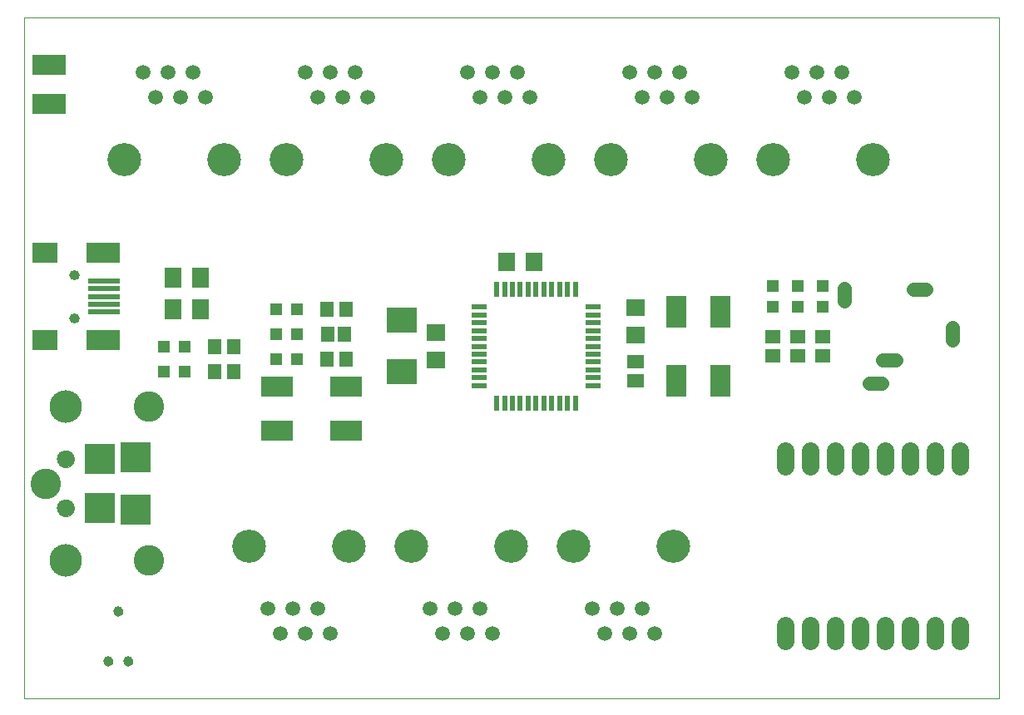
<source format=gts>
G75*
%MOIN*%
%OFA0B0*%
%FSLAX24Y24*%
%IPPOS*%
%LPD*%
%AMOC8*
5,1,8,0,0,1.08239X$1,22.5*
%
%ADD10C,0.0000*%
%ADD11C,0.0594*%
%ADD12C,0.1320*%
%ADD13C,0.1221*%
%ADD14C,0.1306*%
%ADD15R,0.1221X0.1221*%
%ADD16C,0.0709*%
%ADD17R,0.0512X0.0512*%
%ADD18R,0.0552X0.0631*%
%ADD19R,0.1379X0.0788*%
%ADD20R,0.0749X0.0670*%
%ADD21C,0.0390*%
%ADD22R,0.0237X0.0631*%
%ADD23R,0.0631X0.0237*%
%ADD24R,0.1290X0.0790*%
%ADD25R,0.0750X0.0670*%
%ADD26R,0.0670X0.0552*%
%ADD27R,0.0670X0.0749*%
%ADD28R,0.1221X0.1024*%
%ADD29R,0.1024X0.0827*%
%ADD30R,0.1339X0.0827*%
%ADD31R,0.1260X0.0237*%
%ADD32C,0.0394*%
%ADD33R,0.0670X0.0827*%
%ADD34R,0.0631X0.0552*%
%ADD35R,0.0790X0.1290*%
%ADD36C,0.0690*%
%ADD37C,0.0555*%
D10*
X012596Y000100D02*
X012596Y027396D01*
X051666Y027396D01*
X051666Y000100D01*
X012596Y000100D01*
X015771Y001575D02*
X015773Y001601D01*
X015779Y001627D01*
X015788Y001651D01*
X015801Y001674D01*
X015818Y001694D01*
X015837Y001712D01*
X015859Y001727D01*
X015882Y001738D01*
X015907Y001746D01*
X015933Y001750D01*
X015959Y001750D01*
X015985Y001746D01*
X016010Y001738D01*
X016034Y001727D01*
X016055Y001712D01*
X016074Y001694D01*
X016091Y001674D01*
X016104Y001651D01*
X016113Y001627D01*
X016119Y001601D01*
X016121Y001575D01*
X016119Y001549D01*
X016113Y001523D01*
X016104Y001499D01*
X016091Y001476D01*
X016074Y001456D01*
X016055Y001438D01*
X016033Y001423D01*
X016010Y001412D01*
X015985Y001404D01*
X015959Y001400D01*
X015933Y001400D01*
X015907Y001404D01*
X015882Y001412D01*
X015858Y001423D01*
X015837Y001438D01*
X015818Y001456D01*
X015801Y001476D01*
X015788Y001499D01*
X015779Y001523D01*
X015773Y001549D01*
X015771Y001575D01*
X016571Y001575D02*
X016573Y001601D01*
X016579Y001627D01*
X016588Y001651D01*
X016601Y001674D01*
X016618Y001694D01*
X016637Y001712D01*
X016659Y001727D01*
X016682Y001738D01*
X016707Y001746D01*
X016733Y001750D01*
X016759Y001750D01*
X016785Y001746D01*
X016810Y001738D01*
X016834Y001727D01*
X016855Y001712D01*
X016874Y001694D01*
X016891Y001674D01*
X016904Y001651D01*
X016913Y001627D01*
X016919Y001601D01*
X016921Y001575D01*
X016919Y001549D01*
X016913Y001523D01*
X016904Y001499D01*
X016891Y001476D01*
X016874Y001456D01*
X016855Y001438D01*
X016833Y001423D01*
X016810Y001412D01*
X016785Y001404D01*
X016759Y001400D01*
X016733Y001400D01*
X016707Y001404D01*
X016682Y001412D01*
X016658Y001423D01*
X016637Y001438D01*
X016618Y001456D01*
X016601Y001476D01*
X016588Y001499D01*
X016579Y001523D01*
X016573Y001549D01*
X016571Y001575D01*
X016171Y003575D02*
X016173Y003601D01*
X016179Y003627D01*
X016188Y003651D01*
X016201Y003674D01*
X016218Y003694D01*
X016237Y003712D01*
X016259Y003727D01*
X016282Y003738D01*
X016307Y003746D01*
X016333Y003750D01*
X016359Y003750D01*
X016385Y003746D01*
X016410Y003738D01*
X016434Y003727D01*
X016455Y003712D01*
X016474Y003694D01*
X016491Y003674D01*
X016504Y003651D01*
X016513Y003627D01*
X016519Y003601D01*
X016521Y003575D01*
X016519Y003549D01*
X016513Y003523D01*
X016504Y003499D01*
X016491Y003476D01*
X016474Y003456D01*
X016455Y003438D01*
X016433Y003423D01*
X016410Y003412D01*
X016385Y003404D01*
X016359Y003400D01*
X016333Y003400D01*
X016307Y003404D01*
X016282Y003412D01*
X016258Y003423D01*
X016237Y003438D01*
X016218Y003456D01*
X016201Y003476D01*
X016188Y003499D01*
X016179Y003523D01*
X016173Y003549D01*
X016171Y003575D01*
X020956Y006200D02*
X020958Y006250D01*
X020964Y006300D01*
X020974Y006349D01*
X020987Y006398D01*
X021005Y006445D01*
X021026Y006491D01*
X021050Y006534D01*
X021078Y006576D01*
X021109Y006616D01*
X021143Y006653D01*
X021180Y006687D01*
X021220Y006718D01*
X021262Y006746D01*
X021305Y006770D01*
X021351Y006791D01*
X021398Y006809D01*
X021447Y006822D01*
X021496Y006832D01*
X021546Y006838D01*
X021596Y006840D01*
X021646Y006838D01*
X021696Y006832D01*
X021745Y006822D01*
X021794Y006809D01*
X021841Y006791D01*
X021887Y006770D01*
X021930Y006746D01*
X021972Y006718D01*
X022012Y006687D01*
X022049Y006653D01*
X022083Y006616D01*
X022114Y006576D01*
X022142Y006534D01*
X022166Y006491D01*
X022187Y006445D01*
X022205Y006398D01*
X022218Y006349D01*
X022228Y006300D01*
X022234Y006250D01*
X022236Y006200D01*
X022234Y006150D01*
X022228Y006100D01*
X022218Y006051D01*
X022205Y006002D01*
X022187Y005955D01*
X022166Y005909D01*
X022142Y005866D01*
X022114Y005824D01*
X022083Y005784D01*
X022049Y005747D01*
X022012Y005713D01*
X021972Y005682D01*
X021930Y005654D01*
X021887Y005630D01*
X021841Y005609D01*
X021794Y005591D01*
X021745Y005578D01*
X021696Y005568D01*
X021646Y005562D01*
X021596Y005560D01*
X021546Y005562D01*
X021496Y005568D01*
X021447Y005578D01*
X021398Y005591D01*
X021351Y005609D01*
X021305Y005630D01*
X021262Y005654D01*
X021220Y005682D01*
X021180Y005713D01*
X021143Y005747D01*
X021109Y005784D01*
X021078Y005824D01*
X021050Y005866D01*
X021026Y005909D01*
X021005Y005955D01*
X020987Y006002D01*
X020974Y006051D01*
X020964Y006100D01*
X020958Y006150D01*
X020956Y006200D01*
X024956Y006200D02*
X024958Y006250D01*
X024964Y006300D01*
X024974Y006349D01*
X024987Y006398D01*
X025005Y006445D01*
X025026Y006491D01*
X025050Y006534D01*
X025078Y006576D01*
X025109Y006616D01*
X025143Y006653D01*
X025180Y006687D01*
X025220Y006718D01*
X025262Y006746D01*
X025305Y006770D01*
X025351Y006791D01*
X025398Y006809D01*
X025447Y006822D01*
X025496Y006832D01*
X025546Y006838D01*
X025596Y006840D01*
X025646Y006838D01*
X025696Y006832D01*
X025745Y006822D01*
X025794Y006809D01*
X025841Y006791D01*
X025887Y006770D01*
X025930Y006746D01*
X025972Y006718D01*
X026012Y006687D01*
X026049Y006653D01*
X026083Y006616D01*
X026114Y006576D01*
X026142Y006534D01*
X026166Y006491D01*
X026187Y006445D01*
X026205Y006398D01*
X026218Y006349D01*
X026228Y006300D01*
X026234Y006250D01*
X026236Y006200D01*
X026234Y006150D01*
X026228Y006100D01*
X026218Y006051D01*
X026205Y006002D01*
X026187Y005955D01*
X026166Y005909D01*
X026142Y005866D01*
X026114Y005824D01*
X026083Y005784D01*
X026049Y005747D01*
X026012Y005713D01*
X025972Y005682D01*
X025930Y005654D01*
X025887Y005630D01*
X025841Y005609D01*
X025794Y005591D01*
X025745Y005578D01*
X025696Y005568D01*
X025646Y005562D01*
X025596Y005560D01*
X025546Y005562D01*
X025496Y005568D01*
X025447Y005578D01*
X025398Y005591D01*
X025351Y005609D01*
X025305Y005630D01*
X025262Y005654D01*
X025220Y005682D01*
X025180Y005713D01*
X025143Y005747D01*
X025109Y005784D01*
X025078Y005824D01*
X025050Y005866D01*
X025026Y005909D01*
X025005Y005955D01*
X024987Y006002D01*
X024974Y006051D01*
X024964Y006100D01*
X024958Y006150D01*
X024956Y006200D01*
X027456Y006200D02*
X027458Y006250D01*
X027464Y006300D01*
X027474Y006349D01*
X027487Y006398D01*
X027505Y006445D01*
X027526Y006491D01*
X027550Y006534D01*
X027578Y006576D01*
X027609Y006616D01*
X027643Y006653D01*
X027680Y006687D01*
X027720Y006718D01*
X027762Y006746D01*
X027805Y006770D01*
X027851Y006791D01*
X027898Y006809D01*
X027947Y006822D01*
X027996Y006832D01*
X028046Y006838D01*
X028096Y006840D01*
X028146Y006838D01*
X028196Y006832D01*
X028245Y006822D01*
X028294Y006809D01*
X028341Y006791D01*
X028387Y006770D01*
X028430Y006746D01*
X028472Y006718D01*
X028512Y006687D01*
X028549Y006653D01*
X028583Y006616D01*
X028614Y006576D01*
X028642Y006534D01*
X028666Y006491D01*
X028687Y006445D01*
X028705Y006398D01*
X028718Y006349D01*
X028728Y006300D01*
X028734Y006250D01*
X028736Y006200D01*
X028734Y006150D01*
X028728Y006100D01*
X028718Y006051D01*
X028705Y006002D01*
X028687Y005955D01*
X028666Y005909D01*
X028642Y005866D01*
X028614Y005824D01*
X028583Y005784D01*
X028549Y005747D01*
X028512Y005713D01*
X028472Y005682D01*
X028430Y005654D01*
X028387Y005630D01*
X028341Y005609D01*
X028294Y005591D01*
X028245Y005578D01*
X028196Y005568D01*
X028146Y005562D01*
X028096Y005560D01*
X028046Y005562D01*
X027996Y005568D01*
X027947Y005578D01*
X027898Y005591D01*
X027851Y005609D01*
X027805Y005630D01*
X027762Y005654D01*
X027720Y005682D01*
X027680Y005713D01*
X027643Y005747D01*
X027609Y005784D01*
X027578Y005824D01*
X027550Y005866D01*
X027526Y005909D01*
X027505Y005955D01*
X027487Y006002D01*
X027474Y006051D01*
X027464Y006100D01*
X027458Y006150D01*
X027456Y006200D01*
X031456Y006200D02*
X031458Y006250D01*
X031464Y006300D01*
X031474Y006349D01*
X031487Y006398D01*
X031505Y006445D01*
X031526Y006491D01*
X031550Y006534D01*
X031578Y006576D01*
X031609Y006616D01*
X031643Y006653D01*
X031680Y006687D01*
X031720Y006718D01*
X031762Y006746D01*
X031805Y006770D01*
X031851Y006791D01*
X031898Y006809D01*
X031947Y006822D01*
X031996Y006832D01*
X032046Y006838D01*
X032096Y006840D01*
X032146Y006838D01*
X032196Y006832D01*
X032245Y006822D01*
X032294Y006809D01*
X032341Y006791D01*
X032387Y006770D01*
X032430Y006746D01*
X032472Y006718D01*
X032512Y006687D01*
X032549Y006653D01*
X032583Y006616D01*
X032614Y006576D01*
X032642Y006534D01*
X032666Y006491D01*
X032687Y006445D01*
X032705Y006398D01*
X032718Y006349D01*
X032728Y006300D01*
X032734Y006250D01*
X032736Y006200D01*
X032734Y006150D01*
X032728Y006100D01*
X032718Y006051D01*
X032705Y006002D01*
X032687Y005955D01*
X032666Y005909D01*
X032642Y005866D01*
X032614Y005824D01*
X032583Y005784D01*
X032549Y005747D01*
X032512Y005713D01*
X032472Y005682D01*
X032430Y005654D01*
X032387Y005630D01*
X032341Y005609D01*
X032294Y005591D01*
X032245Y005578D01*
X032196Y005568D01*
X032146Y005562D01*
X032096Y005560D01*
X032046Y005562D01*
X031996Y005568D01*
X031947Y005578D01*
X031898Y005591D01*
X031851Y005609D01*
X031805Y005630D01*
X031762Y005654D01*
X031720Y005682D01*
X031680Y005713D01*
X031643Y005747D01*
X031609Y005784D01*
X031578Y005824D01*
X031550Y005866D01*
X031526Y005909D01*
X031505Y005955D01*
X031487Y006002D01*
X031474Y006051D01*
X031464Y006100D01*
X031458Y006150D01*
X031456Y006200D01*
X033956Y006200D02*
X033958Y006250D01*
X033964Y006300D01*
X033974Y006349D01*
X033987Y006398D01*
X034005Y006445D01*
X034026Y006491D01*
X034050Y006534D01*
X034078Y006576D01*
X034109Y006616D01*
X034143Y006653D01*
X034180Y006687D01*
X034220Y006718D01*
X034262Y006746D01*
X034305Y006770D01*
X034351Y006791D01*
X034398Y006809D01*
X034447Y006822D01*
X034496Y006832D01*
X034546Y006838D01*
X034596Y006840D01*
X034646Y006838D01*
X034696Y006832D01*
X034745Y006822D01*
X034794Y006809D01*
X034841Y006791D01*
X034887Y006770D01*
X034930Y006746D01*
X034972Y006718D01*
X035012Y006687D01*
X035049Y006653D01*
X035083Y006616D01*
X035114Y006576D01*
X035142Y006534D01*
X035166Y006491D01*
X035187Y006445D01*
X035205Y006398D01*
X035218Y006349D01*
X035228Y006300D01*
X035234Y006250D01*
X035236Y006200D01*
X035234Y006150D01*
X035228Y006100D01*
X035218Y006051D01*
X035205Y006002D01*
X035187Y005955D01*
X035166Y005909D01*
X035142Y005866D01*
X035114Y005824D01*
X035083Y005784D01*
X035049Y005747D01*
X035012Y005713D01*
X034972Y005682D01*
X034930Y005654D01*
X034887Y005630D01*
X034841Y005609D01*
X034794Y005591D01*
X034745Y005578D01*
X034696Y005568D01*
X034646Y005562D01*
X034596Y005560D01*
X034546Y005562D01*
X034496Y005568D01*
X034447Y005578D01*
X034398Y005591D01*
X034351Y005609D01*
X034305Y005630D01*
X034262Y005654D01*
X034220Y005682D01*
X034180Y005713D01*
X034143Y005747D01*
X034109Y005784D01*
X034078Y005824D01*
X034050Y005866D01*
X034026Y005909D01*
X034005Y005955D01*
X033987Y006002D01*
X033974Y006051D01*
X033964Y006100D01*
X033958Y006150D01*
X033956Y006200D01*
X037956Y006200D02*
X037958Y006250D01*
X037964Y006300D01*
X037974Y006349D01*
X037987Y006398D01*
X038005Y006445D01*
X038026Y006491D01*
X038050Y006534D01*
X038078Y006576D01*
X038109Y006616D01*
X038143Y006653D01*
X038180Y006687D01*
X038220Y006718D01*
X038262Y006746D01*
X038305Y006770D01*
X038351Y006791D01*
X038398Y006809D01*
X038447Y006822D01*
X038496Y006832D01*
X038546Y006838D01*
X038596Y006840D01*
X038646Y006838D01*
X038696Y006832D01*
X038745Y006822D01*
X038794Y006809D01*
X038841Y006791D01*
X038887Y006770D01*
X038930Y006746D01*
X038972Y006718D01*
X039012Y006687D01*
X039049Y006653D01*
X039083Y006616D01*
X039114Y006576D01*
X039142Y006534D01*
X039166Y006491D01*
X039187Y006445D01*
X039205Y006398D01*
X039218Y006349D01*
X039228Y006300D01*
X039234Y006250D01*
X039236Y006200D01*
X039234Y006150D01*
X039228Y006100D01*
X039218Y006051D01*
X039205Y006002D01*
X039187Y005955D01*
X039166Y005909D01*
X039142Y005866D01*
X039114Y005824D01*
X039083Y005784D01*
X039049Y005747D01*
X039012Y005713D01*
X038972Y005682D01*
X038930Y005654D01*
X038887Y005630D01*
X038841Y005609D01*
X038794Y005591D01*
X038745Y005578D01*
X038696Y005568D01*
X038646Y005562D01*
X038596Y005560D01*
X038546Y005562D01*
X038496Y005568D01*
X038447Y005578D01*
X038398Y005591D01*
X038351Y005609D01*
X038305Y005630D01*
X038262Y005654D01*
X038220Y005682D01*
X038180Y005713D01*
X038143Y005747D01*
X038109Y005784D01*
X038078Y005824D01*
X038050Y005866D01*
X038026Y005909D01*
X038005Y005955D01*
X037987Y006002D01*
X037974Y006051D01*
X037964Y006100D01*
X037958Y006150D01*
X037956Y006200D01*
X014419Y015334D02*
X014421Y015360D01*
X014427Y015386D01*
X014437Y015411D01*
X014450Y015434D01*
X014466Y015454D01*
X014486Y015472D01*
X014508Y015487D01*
X014531Y015499D01*
X014557Y015507D01*
X014583Y015511D01*
X014609Y015511D01*
X014635Y015507D01*
X014661Y015499D01*
X014685Y015487D01*
X014706Y015472D01*
X014726Y015454D01*
X014742Y015434D01*
X014755Y015411D01*
X014765Y015386D01*
X014771Y015360D01*
X014773Y015334D01*
X014771Y015308D01*
X014765Y015282D01*
X014755Y015257D01*
X014742Y015234D01*
X014726Y015214D01*
X014706Y015196D01*
X014684Y015181D01*
X014661Y015169D01*
X014635Y015161D01*
X014609Y015157D01*
X014583Y015157D01*
X014557Y015161D01*
X014531Y015169D01*
X014507Y015181D01*
X014486Y015196D01*
X014466Y015214D01*
X014450Y015234D01*
X014437Y015257D01*
X014427Y015282D01*
X014421Y015308D01*
X014419Y015334D01*
X014419Y017066D02*
X014421Y017092D01*
X014427Y017118D01*
X014437Y017143D01*
X014450Y017166D01*
X014466Y017186D01*
X014486Y017204D01*
X014508Y017219D01*
X014531Y017231D01*
X014557Y017239D01*
X014583Y017243D01*
X014609Y017243D01*
X014635Y017239D01*
X014661Y017231D01*
X014685Y017219D01*
X014706Y017204D01*
X014726Y017186D01*
X014742Y017166D01*
X014755Y017143D01*
X014765Y017118D01*
X014771Y017092D01*
X014773Y017066D01*
X014771Y017040D01*
X014765Y017014D01*
X014755Y016989D01*
X014742Y016966D01*
X014726Y016946D01*
X014706Y016928D01*
X014684Y016913D01*
X014661Y016901D01*
X014635Y016893D01*
X014609Y016889D01*
X014583Y016889D01*
X014557Y016893D01*
X014531Y016901D01*
X014507Y016913D01*
X014486Y016928D01*
X014466Y016946D01*
X014450Y016966D01*
X014437Y016989D01*
X014427Y017014D01*
X014421Y017040D01*
X014419Y017066D01*
X015956Y021700D02*
X015958Y021750D01*
X015964Y021800D01*
X015974Y021849D01*
X015987Y021898D01*
X016005Y021945D01*
X016026Y021991D01*
X016050Y022034D01*
X016078Y022076D01*
X016109Y022116D01*
X016143Y022153D01*
X016180Y022187D01*
X016220Y022218D01*
X016262Y022246D01*
X016305Y022270D01*
X016351Y022291D01*
X016398Y022309D01*
X016447Y022322D01*
X016496Y022332D01*
X016546Y022338D01*
X016596Y022340D01*
X016646Y022338D01*
X016696Y022332D01*
X016745Y022322D01*
X016794Y022309D01*
X016841Y022291D01*
X016887Y022270D01*
X016930Y022246D01*
X016972Y022218D01*
X017012Y022187D01*
X017049Y022153D01*
X017083Y022116D01*
X017114Y022076D01*
X017142Y022034D01*
X017166Y021991D01*
X017187Y021945D01*
X017205Y021898D01*
X017218Y021849D01*
X017228Y021800D01*
X017234Y021750D01*
X017236Y021700D01*
X017234Y021650D01*
X017228Y021600D01*
X017218Y021551D01*
X017205Y021502D01*
X017187Y021455D01*
X017166Y021409D01*
X017142Y021366D01*
X017114Y021324D01*
X017083Y021284D01*
X017049Y021247D01*
X017012Y021213D01*
X016972Y021182D01*
X016930Y021154D01*
X016887Y021130D01*
X016841Y021109D01*
X016794Y021091D01*
X016745Y021078D01*
X016696Y021068D01*
X016646Y021062D01*
X016596Y021060D01*
X016546Y021062D01*
X016496Y021068D01*
X016447Y021078D01*
X016398Y021091D01*
X016351Y021109D01*
X016305Y021130D01*
X016262Y021154D01*
X016220Y021182D01*
X016180Y021213D01*
X016143Y021247D01*
X016109Y021284D01*
X016078Y021324D01*
X016050Y021366D01*
X016026Y021409D01*
X016005Y021455D01*
X015987Y021502D01*
X015974Y021551D01*
X015964Y021600D01*
X015958Y021650D01*
X015956Y021700D01*
X019956Y021700D02*
X019958Y021750D01*
X019964Y021800D01*
X019974Y021849D01*
X019987Y021898D01*
X020005Y021945D01*
X020026Y021991D01*
X020050Y022034D01*
X020078Y022076D01*
X020109Y022116D01*
X020143Y022153D01*
X020180Y022187D01*
X020220Y022218D01*
X020262Y022246D01*
X020305Y022270D01*
X020351Y022291D01*
X020398Y022309D01*
X020447Y022322D01*
X020496Y022332D01*
X020546Y022338D01*
X020596Y022340D01*
X020646Y022338D01*
X020696Y022332D01*
X020745Y022322D01*
X020794Y022309D01*
X020841Y022291D01*
X020887Y022270D01*
X020930Y022246D01*
X020972Y022218D01*
X021012Y022187D01*
X021049Y022153D01*
X021083Y022116D01*
X021114Y022076D01*
X021142Y022034D01*
X021166Y021991D01*
X021187Y021945D01*
X021205Y021898D01*
X021218Y021849D01*
X021228Y021800D01*
X021234Y021750D01*
X021236Y021700D01*
X021234Y021650D01*
X021228Y021600D01*
X021218Y021551D01*
X021205Y021502D01*
X021187Y021455D01*
X021166Y021409D01*
X021142Y021366D01*
X021114Y021324D01*
X021083Y021284D01*
X021049Y021247D01*
X021012Y021213D01*
X020972Y021182D01*
X020930Y021154D01*
X020887Y021130D01*
X020841Y021109D01*
X020794Y021091D01*
X020745Y021078D01*
X020696Y021068D01*
X020646Y021062D01*
X020596Y021060D01*
X020546Y021062D01*
X020496Y021068D01*
X020447Y021078D01*
X020398Y021091D01*
X020351Y021109D01*
X020305Y021130D01*
X020262Y021154D01*
X020220Y021182D01*
X020180Y021213D01*
X020143Y021247D01*
X020109Y021284D01*
X020078Y021324D01*
X020050Y021366D01*
X020026Y021409D01*
X020005Y021455D01*
X019987Y021502D01*
X019974Y021551D01*
X019964Y021600D01*
X019958Y021650D01*
X019956Y021700D01*
X022456Y021700D02*
X022458Y021750D01*
X022464Y021800D01*
X022474Y021849D01*
X022487Y021898D01*
X022505Y021945D01*
X022526Y021991D01*
X022550Y022034D01*
X022578Y022076D01*
X022609Y022116D01*
X022643Y022153D01*
X022680Y022187D01*
X022720Y022218D01*
X022762Y022246D01*
X022805Y022270D01*
X022851Y022291D01*
X022898Y022309D01*
X022947Y022322D01*
X022996Y022332D01*
X023046Y022338D01*
X023096Y022340D01*
X023146Y022338D01*
X023196Y022332D01*
X023245Y022322D01*
X023294Y022309D01*
X023341Y022291D01*
X023387Y022270D01*
X023430Y022246D01*
X023472Y022218D01*
X023512Y022187D01*
X023549Y022153D01*
X023583Y022116D01*
X023614Y022076D01*
X023642Y022034D01*
X023666Y021991D01*
X023687Y021945D01*
X023705Y021898D01*
X023718Y021849D01*
X023728Y021800D01*
X023734Y021750D01*
X023736Y021700D01*
X023734Y021650D01*
X023728Y021600D01*
X023718Y021551D01*
X023705Y021502D01*
X023687Y021455D01*
X023666Y021409D01*
X023642Y021366D01*
X023614Y021324D01*
X023583Y021284D01*
X023549Y021247D01*
X023512Y021213D01*
X023472Y021182D01*
X023430Y021154D01*
X023387Y021130D01*
X023341Y021109D01*
X023294Y021091D01*
X023245Y021078D01*
X023196Y021068D01*
X023146Y021062D01*
X023096Y021060D01*
X023046Y021062D01*
X022996Y021068D01*
X022947Y021078D01*
X022898Y021091D01*
X022851Y021109D01*
X022805Y021130D01*
X022762Y021154D01*
X022720Y021182D01*
X022680Y021213D01*
X022643Y021247D01*
X022609Y021284D01*
X022578Y021324D01*
X022550Y021366D01*
X022526Y021409D01*
X022505Y021455D01*
X022487Y021502D01*
X022474Y021551D01*
X022464Y021600D01*
X022458Y021650D01*
X022456Y021700D01*
X026456Y021700D02*
X026458Y021750D01*
X026464Y021800D01*
X026474Y021849D01*
X026487Y021898D01*
X026505Y021945D01*
X026526Y021991D01*
X026550Y022034D01*
X026578Y022076D01*
X026609Y022116D01*
X026643Y022153D01*
X026680Y022187D01*
X026720Y022218D01*
X026762Y022246D01*
X026805Y022270D01*
X026851Y022291D01*
X026898Y022309D01*
X026947Y022322D01*
X026996Y022332D01*
X027046Y022338D01*
X027096Y022340D01*
X027146Y022338D01*
X027196Y022332D01*
X027245Y022322D01*
X027294Y022309D01*
X027341Y022291D01*
X027387Y022270D01*
X027430Y022246D01*
X027472Y022218D01*
X027512Y022187D01*
X027549Y022153D01*
X027583Y022116D01*
X027614Y022076D01*
X027642Y022034D01*
X027666Y021991D01*
X027687Y021945D01*
X027705Y021898D01*
X027718Y021849D01*
X027728Y021800D01*
X027734Y021750D01*
X027736Y021700D01*
X027734Y021650D01*
X027728Y021600D01*
X027718Y021551D01*
X027705Y021502D01*
X027687Y021455D01*
X027666Y021409D01*
X027642Y021366D01*
X027614Y021324D01*
X027583Y021284D01*
X027549Y021247D01*
X027512Y021213D01*
X027472Y021182D01*
X027430Y021154D01*
X027387Y021130D01*
X027341Y021109D01*
X027294Y021091D01*
X027245Y021078D01*
X027196Y021068D01*
X027146Y021062D01*
X027096Y021060D01*
X027046Y021062D01*
X026996Y021068D01*
X026947Y021078D01*
X026898Y021091D01*
X026851Y021109D01*
X026805Y021130D01*
X026762Y021154D01*
X026720Y021182D01*
X026680Y021213D01*
X026643Y021247D01*
X026609Y021284D01*
X026578Y021324D01*
X026550Y021366D01*
X026526Y021409D01*
X026505Y021455D01*
X026487Y021502D01*
X026474Y021551D01*
X026464Y021600D01*
X026458Y021650D01*
X026456Y021700D01*
X028956Y021700D02*
X028958Y021750D01*
X028964Y021800D01*
X028974Y021849D01*
X028987Y021898D01*
X029005Y021945D01*
X029026Y021991D01*
X029050Y022034D01*
X029078Y022076D01*
X029109Y022116D01*
X029143Y022153D01*
X029180Y022187D01*
X029220Y022218D01*
X029262Y022246D01*
X029305Y022270D01*
X029351Y022291D01*
X029398Y022309D01*
X029447Y022322D01*
X029496Y022332D01*
X029546Y022338D01*
X029596Y022340D01*
X029646Y022338D01*
X029696Y022332D01*
X029745Y022322D01*
X029794Y022309D01*
X029841Y022291D01*
X029887Y022270D01*
X029930Y022246D01*
X029972Y022218D01*
X030012Y022187D01*
X030049Y022153D01*
X030083Y022116D01*
X030114Y022076D01*
X030142Y022034D01*
X030166Y021991D01*
X030187Y021945D01*
X030205Y021898D01*
X030218Y021849D01*
X030228Y021800D01*
X030234Y021750D01*
X030236Y021700D01*
X030234Y021650D01*
X030228Y021600D01*
X030218Y021551D01*
X030205Y021502D01*
X030187Y021455D01*
X030166Y021409D01*
X030142Y021366D01*
X030114Y021324D01*
X030083Y021284D01*
X030049Y021247D01*
X030012Y021213D01*
X029972Y021182D01*
X029930Y021154D01*
X029887Y021130D01*
X029841Y021109D01*
X029794Y021091D01*
X029745Y021078D01*
X029696Y021068D01*
X029646Y021062D01*
X029596Y021060D01*
X029546Y021062D01*
X029496Y021068D01*
X029447Y021078D01*
X029398Y021091D01*
X029351Y021109D01*
X029305Y021130D01*
X029262Y021154D01*
X029220Y021182D01*
X029180Y021213D01*
X029143Y021247D01*
X029109Y021284D01*
X029078Y021324D01*
X029050Y021366D01*
X029026Y021409D01*
X029005Y021455D01*
X028987Y021502D01*
X028974Y021551D01*
X028964Y021600D01*
X028958Y021650D01*
X028956Y021700D01*
X032956Y021700D02*
X032958Y021750D01*
X032964Y021800D01*
X032974Y021849D01*
X032987Y021898D01*
X033005Y021945D01*
X033026Y021991D01*
X033050Y022034D01*
X033078Y022076D01*
X033109Y022116D01*
X033143Y022153D01*
X033180Y022187D01*
X033220Y022218D01*
X033262Y022246D01*
X033305Y022270D01*
X033351Y022291D01*
X033398Y022309D01*
X033447Y022322D01*
X033496Y022332D01*
X033546Y022338D01*
X033596Y022340D01*
X033646Y022338D01*
X033696Y022332D01*
X033745Y022322D01*
X033794Y022309D01*
X033841Y022291D01*
X033887Y022270D01*
X033930Y022246D01*
X033972Y022218D01*
X034012Y022187D01*
X034049Y022153D01*
X034083Y022116D01*
X034114Y022076D01*
X034142Y022034D01*
X034166Y021991D01*
X034187Y021945D01*
X034205Y021898D01*
X034218Y021849D01*
X034228Y021800D01*
X034234Y021750D01*
X034236Y021700D01*
X034234Y021650D01*
X034228Y021600D01*
X034218Y021551D01*
X034205Y021502D01*
X034187Y021455D01*
X034166Y021409D01*
X034142Y021366D01*
X034114Y021324D01*
X034083Y021284D01*
X034049Y021247D01*
X034012Y021213D01*
X033972Y021182D01*
X033930Y021154D01*
X033887Y021130D01*
X033841Y021109D01*
X033794Y021091D01*
X033745Y021078D01*
X033696Y021068D01*
X033646Y021062D01*
X033596Y021060D01*
X033546Y021062D01*
X033496Y021068D01*
X033447Y021078D01*
X033398Y021091D01*
X033351Y021109D01*
X033305Y021130D01*
X033262Y021154D01*
X033220Y021182D01*
X033180Y021213D01*
X033143Y021247D01*
X033109Y021284D01*
X033078Y021324D01*
X033050Y021366D01*
X033026Y021409D01*
X033005Y021455D01*
X032987Y021502D01*
X032974Y021551D01*
X032964Y021600D01*
X032958Y021650D01*
X032956Y021700D01*
X035456Y021700D02*
X035458Y021750D01*
X035464Y021800D01*
X035474Y021849D01*
X035487Y021898D01*
X035505Y021945D01*
X035526Y021991D01*
X035550Y022034D01*
X035578Y022076D01*
X035609Y022116D01*
X035643Y022153D01*
X035680Y022187D01*
X035720Y022218D01*
X035762Y022246D01*
X035805Y022270D01*
X035851Y022291D01*
X035898Y022309D01*
X035947Y022322D01*
X035996Y022332D01*
X036046Y022338D01*
X036096Y022340D01*
X036146Y022338D01*
X036196Y022332D01*
X036245Y022322D01*
X036294Y022309D01*
X036341Y022291D01*
X036387Y022270D01*
X036430Y022246D01*
X036472Y022218D01*
X036512Y022187D01*
X036549Y022153D01*
X036583Y022116D01*
X036614Y022076D01*
X036642Y022034D01*
X036666Y021991D01*
X036687Y021945D01*
X036705Y021898D01*
X036718Y021849D01*
X036728Y021800D01*
X036734Y021750D01*
X036736Y021700D01*
X036734Y021650D01*
X036728Y021600D01*
X036718Y021551D01*
X036705Y021502D01*
X036687Y021455D01*
X036666Y021409D01*
X036642Y021366D01*
X036614Y021324D01*
X036583Y021284D01*
X036549Y021247D01*
X036512Y021213D01*
X036472Y021182D01*
X036430Y021154D01*
X036387Y021130D01*
X036341Y021109D01*
X036294Y021091D01*
X036245Y021078D01*
X036196Y021068D01*
X036146Y021062D01*
X036096Y021060D01*
X036046Y021062D01*
X035996Y021068D01*
X035947Y021078D01*
X035898Y021091D01*
X035851Y021109D01*
X035805Y021130D01*
X035762Y021154D01*
X035720Y021182D01*
X035680Y021213D01*
X035643Y021247D01*
X035609Y021284D01*
X035578Y021324D01*
X035550Y021366D01*
X035526Y021409D01*
X035505Y021455D01*
X035487Y021502D01*
X035474Y021551D01*
X035464Y021600D01*
X035458Y021650D01*
X035456Y021700D01*
X039456Y021700D02*
X039458Y021750D01*
X039464Y021800D01*
X039474Y021849D01*
X039487Y021898D01*
X039505Y021945D01*
X039526Y021991D01*
X039550Y022034D01*
X039578Y022076D01*
X039609Y022116D01*
X039643Y022153D01*
X039680Y022187D01*
X039720Y022218D01*
X039762Y022246D01*
X039805Y022270D01*
X039851Y022291D01*
X039898Y022309D01*
X039947Y022322D01*
X039996Y022332D01*
X040046Y022338D01*
X040096Y022340D01*
X040146Y022338D01*
X040196Y022332D01*
X040245Y022322D01*
X040294Y022309D01*
X040341Y022291D01*
X040387Y022270D01*
X040430Y022246D01*
X040472Y022218D01*
X040512Y022187D01*
X040549Y022153D01*
X040583Y022116D01*
X040614Y022076D01*
X040642Y022034D01*
X040666Y021991D01*
X040687Y021945D01*
X040705Y021898D01*
X040718Y021849D01*
X040728Y021800D01*
X040734Y021750D01*
X040736Y021700D01*
X040734Y021650D01*
X040728Y021600D01*
X040718Y021551D01*
X040705Y021502D01*
X040687Y021455D01*
X040666Y021409D01*
X040642Y021366D01*
X040614Y021324D01*
X040583Y021284D01*
X040549Y021247D01*
X040512Y021213D01*
X040472Y021182D01*
X040430Y021154D01*
X040387Y021130D01*
X040341Y021109D01*
X040294Y021091D01*
X040245Y021078D01*
X040196Y021068D01*
X040146Y021062D01*
X040096Y021060D01*
X040046Y021062D01*
X039996Y021068D01*
X039947Y021078D01*
X039898Y021091D01*
X039851Y021109D01*
X039805Y021130D01*
X039762Y021154D01*
X039720Y021182D01*
X039680Y021213D01*
X039643Y021247D01*
X039609Y021284D01*
X039578Y021324D01*
X039550Y021366D01*
X039526Y021409D01*
X039505Y021455D01*
X039487Y021502D01*
X039474Y021551D01*
X039464Y021600D01*
X039458Y021650D01*
X039456Y021700D01*
X041956Y021700D02*
X041958Y021750D01*
X041964Y021800D01*
X041974Y021849D01*
X041987Y021898D01*
X042005Y021945D01*
X042026Y021991D01*
X042050Y022034D01*
X042078Y022076D01*
X042109Y022116D01*
X042143Y022153D01*
X042180Y022187D01*
X042220Y022218D01*
X042262Y022246D01*
X042305Y022270D01*
X042351Y022291D01*
X042398Y022309D01*
X042447Y022322D01*
X042496Y022332D01*
X042546Y022338D01*
X042596Y022340D01*
X042646Y022338D01*
X042696Y022332D01*
X042745Y022322D01*
X042794Y022309D01*
X042841Y022291D01*
X042887Y022270D01*
X042930Y022246D01*
X042972Y022218D01*
X043012Y022187D01*
X043049Y022153D01*
X043083Y022116D01*
X043114Y022076D01*
X043142Y022034D01*
X043166Y021991D01*
X043187Y021945D01*
X043205Y021898D01*
X043218Y021849D01*
X043228Y021800D01*
X043234Y021750D01*
X043236Y021700D01*
X043234Y021650D01*
X043228Y021600D01*
X043218Y021551D01*
X043205Y021502D01*
X043187Y021455D01*
X043166Y021409D01*
X043142Y021366D01*
X043114Y021324D01*
X043083Y021284D01*
X043049Y021247D01*
X043012Y021213D01*
X042972Y021182D01*
X042930Y021154D01*
X042887Y021130D01*
X042841Y021109D01*
X042794Y021091D01*
X042745Y021078D01*
X042696Y021068D01*
X042646Y021062D01*
X042596Y021060D01*
X042546Y021062D01*
X042496Y021068D01*
X042447Y021078D01*
X042398Y021091D01*
X042351Y021109D01*
X042305Y021130D01*
X042262Y021154D01*
X042220Y021182D01*
X042180Y021213D01*
X042143Y021247D01*
X042109Y021284D01*
X042078Y021324D01*
X042050Y021366D01*
X042026Y021409D01*
X042005Y021455D01*
X041987Y021502D01*
X041974Y021551D01*
X041964Y021600D01*
X041958Y021650D01*
X041956Y021700D01*
X045956Y021700D02*
X045958Y021750D01*
X045964Y021800D01*
X045974Y021849D01*
X045987Y021898D01*
X046005Y021945D01*
X046026Y021991D01*
X046050Y022034D01*
X046078Y022076D01*
X046109Y022116D01*
X046143Y022153D01*
X046180Y022187D01*
X046220Y022218D01*
X046262Y022246D01*
X046305Y022270D01*
X046351Y022291D01*
X046398Y022309D01*
X046447Y022322D01*
X046496Y022332D01*
X046546Y022338D01*
X046596Y022340D01*
X046646Y022338D01*
X046696Y022332D01*
X046745Y022322D01*
X046794Y022309D01*
X046841Y022291D01*
X046887Y022270D01*
X046930Y022246D01*
X046972Y022218D01*
X047012Y022187D01*
X047049Y022153D01*
X047083Y022116D01*
X047114Y022076D01*
X047142Y022034D01*
X047166Y021991D01*
X047187Y021945D01*
X047205Y021898D01*
X047218Y021849D01*
X047228Y021800D01*
X047234Y021750D01*
X047236Y021700D01*
X047234Y021650D01*
X047228Y021600D01*
X047218Y021551D01*
X047205Y021502D01*
X047187Y021455D01*
X047166Y021409D01*
X047142Y021366D01*
X047114Y021324D01*
X047083Y021284D01*
X047049Y021247D01*
X047012Y021213D01*
X046972Y021182D01*
X046930Y021154D01*
X046887Y021130D01*
X046841Y021109D01*
X046794Y021091D01*
X046745Y021078D01*
X046696Y021068D01*
X046646Y021062D01*
X046596Y021060D01*
X046546Y021062D01*
X046496Y021068D01*
X046447Y021078D01*
X046398Y021091D01*
X046351Y021109D01*
X046305Y021130D01*
X046262Y021154D01*
X046220Y021182D01*
X046180Y021213D01*
X046143Y021247D01*
X046109Y021284D01*
X046078Y021324D01*
X046050Y021366D01*
X046026Y021409D01*
X046005Y021455D01*
X045987Y021502D01*
X045974Y021551D01*
X045964Y021600D01*
X045958Y021650D01*
X045956Y021700D01*
X013915Y009684D02*
X013917Y009720D01*
X013923Y009756D01*
X013933Y009791D01*
X013946Y009825D01*
X013963Y009857D01*
X013983Y009887D01*
X014007Y009914D01*
X014033Y009939D01*
X014062Y009961D01*
X014093Y009980D01*
X014126Y009995D01*
X014160Y010007D01*
X014196Y010015D01*
X014232Y010019D01*
X014268Y010019D01*
X014304Y010015D01*
X014340Y010007D01*
X014374Y009995D01*
X014407Y009980D01*
X014438Y009961D01*
X014467Y009939D01*
X014493Y009914D01*
X014517Y009887D01*
X014537Y009857D01*
X014554Y009825D01*
X014567Y009791D01*
X014577Y009756D01*
X014583Y009720D01*
X014585Y009684D01*
X014583Y009648D01*
X014577Y009612D01*
X014567Y009577D01*
X014554Y009543D01*
X014537Y009511D01*
X014517Y009481D01*
X014493Y009454D01*
X014467Y009429D01*
X014438Y009407D01*
X014407Y009388D01*
X014374Y009373D01*
X014340Y009361D01*
X014304Y009353D01*
X014268Y009349D01*
X014232Y009349D01*
X014196Y009353D01*
X014160Y009361D01*
X014126Y009373D01*
X014093Y009388D01*
X014062Y009407D01*
X014033Y009429D01*
X014007Y009454D01*
X013983Y009481D01*
X013963Y009511D01*
X013946Y009543D01*
X013933Y009577D01*
X013923Y009612D01*
X013917Y009648D01*
X013915Y009684D01*
X013915Y007716D02*
X013917Y007752D01*
X013923Y007788D01*
X013933Y007823D01*
X013946Y007857D01*
X013963Y007889D01*
X013983Y007919D01*
X014007Y007946D01*
X014033Y007971D01*
X014062Y007993D01*
X014093Y008012D01*
X014126Y008027D01*
X014160Y008039D01*
X014196Y008047D01*
X014232Y008051D01*
X014268Y008051D01*
X014304Y008047D01*
X014340Y008039D01*
X014374Y008027D01*
X014407Y008012D01*
X014438Y007993D01*
X014467Y007971D01*
X014493Y007946D01*
X014517Y007919D01*
X014537Y007889D01*
X014554Y007857D01*
X014567Y007823D01*
X014577Y007788D01*
X014583Y007752D01*
X014585Y007716D01*
X014583Y007680D01*
X014577Y007644D01*
X014567Y007609D01*
X014554Y007575D01*
X014537Y007543D01*
X014517Y007513D01*
X014493Y007486D01*
X014467Y007461D01*
X014438Y007439D01*
X014407Y007420D01*
X014374Y007405D01*
X014340Y007393D01*
X014304Y007385D01*
X014268Y007381D01*
X014232Y007381D01*
X014196Y007385D01*
X014160Y007393D01*
X014126Y007405D01*
X014093Y007420D01*
X014062Y007439D01*
X014033Y007461D01*
X014007Y007486D01*
X013983Y007513D01*
X013963Y007543D01*
X013946Y007575D01*
X013933Y007609D01*
X013923Y007644D01*
X013917Y007680D01*
X013915Y007716D01*
D11*
X022346Y003700D03*
X023346Y003700D03*
X024346Y003700D03*
X023846Y002700D03*
X022846Y002700D03*
X024846Y002700D03*
X028846Y003700D03*
X029846Y003700D03*
X030846Y003700D03*
X030346Y002700D03*
X029346Y002700D03*
X031346Y002700D03*
X035346Y003700D03*
X036346Y003700D03*
X037346Y003700D03*
X036846Y002700D03*
X035846Y002700D03*
X037846Y002700D03*
X037346Y024200D03*
X038346Y024200D03*
X039346Y024200D03*
X038846Y025200D03*
X037846Y025200D03*
X036846Y025200D03*
X032846Y024200D03*
X031846Y024200D03*
X030846Y024200D03*
X030346Y025200D03*
X031346Y025200D03*
X032346Y025200D03*
X026346Y024200D03*
X025346Y024200D03*
X024346Y024200D03*
X023846Y025200D03*
X024846Y025200D03*
X025846Y025200D03*
X019846Y024200D03*
X018846Y024200D03*
X017846Y024200D03*
X017346Y025200D03*
X018346Y025200D03*
X019346Y025200D03*
X043346Y025200D03*
X044346Y025200D03*
X045346Y025200D03*
X044846Y024200D03*
X043846Y024200D03*
X045846Y024200D03*
D12*
X046596Y021700D03*
X042596Y021700D03*
X040096Y021700D03*
X036096Y021700D03*
X033596Y021700D03*
X029596Y021700D03*
X027096Y021700D03*
X023096Y021700D03*
X020596Y021700D03*
X016596Y021700D03*
X021596Y006200D03*
X025596Y006200D03*
X028096Y006200D03*
X032096Y006200D03*
X034596Y006200D03*
X038596Y006200D03*
D13*
X017596Y005629D03*
X013462Y008700D03*
X017596Y011771D03*
D14*
X014250Y011771D03*
X014250Y005629D03*
D15*
X015628Y007716D03*
X017065Y007637D03*
X017065Y009763D03*
X015628Y009684D03*
D16*
X014250Y009684D03*
X014250Y007716D03*
D17*
X018183Y013200D03*
X019010Y013200D03*
X019010Y014200D03*
X018183Y014200D03*
X022683Y013700D03*
X023510Y013700D03*
X023510Y014700D03*
X022683Y014700D03*
X022683Y015700D03*
X023510Y015700D03*
X042596Y015787D03*
X042596Y016613D03*
X043596Y016613D03*
X043596Y015787D03*
X044596Y015787D03*
X044596Y016613D03*
D18*
X025470Y015700D03*
X024722Y015700D03*
X024762Y014700D03*
X025431Y014700D03*
X025470Y013700D03*
X024722Y013700D03*
X020970Y013200D03*
X020222Y013200D03*
X020222Y014200D03*
X020970Y014200D03*
D19*
X013596Y023932D03*
X013596Y025468D03*
D20*
X037096Y015751D03*
X037096Y014649D03*
D21*
X016346Y003575D03*
X015946Y001575D03*
X016746Y001575D03*
D22*
X031522Y011917D03*
X031836Y011917D03*
X032151Y011917D03*
X032466Y011917D03*
X032781Y011917D03*
X033096Y011917D03*
X033411Y011917D03*
X033726Y011917D03*
X034041Y011917D03*
X034356Y011917D03*
X034671Y011917D03*
X034671Y016483D03*
X034356Y016483D03*
X034041Y016483D03*
X033726Y016483D03*
X033411Y016483D03*
X033096Y016483D03*
X032781Y016483D03*
X032466Y016483D03*
X032151Y016483D03*
X031836Y016483D03*
X031522Y016483D03*
D23*
X030813Y015775D03*
X030813Y015460D03*
X030813Y015145D03*
X030813Y014830D03*
X030813Y014515D03*
X030813Y014200D03*
X030813Y013885D03*
X030813Y013570D03*
X030813Y013255D03*
X030813Y012940D03*
X030813Y012625D03*
X035380Y012625D03*
X035380Y012940D03*
X035380Y013255D03*
X035380Y013570D03*
X035380Y013885D03*
X035380Y014200D03*
X035380Y014515D03*
X035380Y014830D03*
X035380Y015145D03*
X035380Y015460D03*
X035380Y015775D03*
D24*
X025471Y012575D03*
X025471Y010825D03*
X022721Y010825D03*
X022721Y012575D03*
D25*
X029096Y013640D03*
X029096Y014760D03*
D26*
X037096Y013574D03*
X037096Y012826D03*
D27*
X033023Y017575D03*
X031920Y017575D03*
D28*
X027721Y015249D03*
X027721Y013190D03*
D29*
X013415Y014448D03*
X013415Y017952D03*
D30*
X015738Y017952D03*
X015738Y014448D03*
D31*
X015777Y015570D03*
X015777Y015885D03*
X015777Y016200D03*
X015777Y016515D03*
X015777Y016830D03*
D32*
X014596Y017066D03*
X014596Y015334D03*
D33*
X018545Y015700D03*
X019648Y015700D03*
X019648Y016950D03*
X018545Y016950D03*
D34*
X042596Y014574D03*
X042596Y013826D03*
X043596Y013826D03*
X043596Y014574D03*
X044596Y014574D03*
X044596Y013826D03*
D35*
X040471Y012825D03*
X038721Y012825D03*
X038721Y015575D03*
X040471Y015575D03*
D36*
X043096Y010025D02*
X043096Y009375D01*
X044096Y009375D02*
X044096Y010025D01*
X045096Y010025D02*
X045096Y009375D01*
X046096Y009375D02*
X046096Y010025D01*
X047096Y010025D02*
X047096Y009375D01*
X048096Y009375D02*
X048096Y010025D01*
X049096Y010025D02*
X049096Y009375D01*
X050096Y009375D02*
X050096Y010025D01*
X050096Y003025D02*
X050096Y002375D01*
X049096Y002375D02*
X049096Y003025D01*
X048096Y003025D02*
X048096Y002375D01*
X047096Y002375D02*
X047096Y003025D01*
X046096Y003025D02*
X046096Y002375D01*
X045096Y002375D02*
X045096Y003025D01*
X044096Y003025D02*
X044096Y002375D01*
X043096Y002375D02*
X043096Y003025D01*
D37*
X046441Y012712D02*
X046956Y012712D01*
X046992Y013657D02*
X047507Y013657D01*
X049770Y014443D02*
X049770Y014957D01*
X048728Y016491D02*
X048213Y016491D01*
X045439Y016532D02*
X045439Y016017D01*
M02*

</source>
